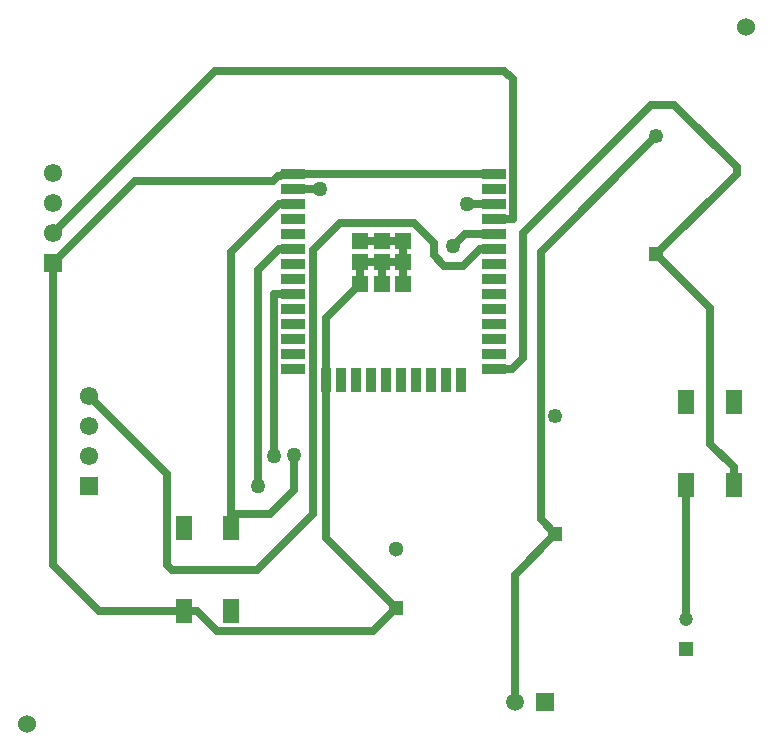
<source format=gbr>
G04*
G04 #@! TF.GenerationSoftware,Altium Limited,Altium Designer,22.4.2 (48)*
G04*
G04 Layer_Physical_Order=1*
G04 Layer_Color=255*
%FSLAX25Y25*%
%MOIN*%
G70*
G04*
G04 #@! TF.SameCoordinates,897C8E4D-7720-40B5-A877-0FB78C4BABC8*
G04*
G04*
G04 #@! TF.FilePolarity,Positive*
G04*
G01*
G75*
%ADD15R,0.05512X0.07874*%
%ADD16R,0.05236X0.05236*%
%ADD17R,0.03543X0.07874*%
%ADD18R,0.07874X0.03543*%
%ADD20C,0.05118*%
%ADD21R,0.05118X0.05118*%
%ADD23C,0.04921*%
%ADD24R,0.04921X0.04921*%
%ADD25C,0.04724*%
%ADD26R,0.04724X0.04724*%
%ADD32C,0.02756*%
%ADD33C,0.06000*%
%ADD34R,0.05906X0.05906*%
%ADD35C,0.05906*%
%ADD36R,0.06102X0.06102*%
%ADD37C,0.06102*%
%ADD38C,0.05000*%
D15*
X383874Y350280D02*
D03*
Y322721D02*
D03*
X368126Y350280D02*
D03*
Y322721D02*
D03*
X551374Y392280D02*
D03*
Y364720D02*
D03*
X535626Y392280D02*
D03*
Y364720D02*
D03*
D16*
X441252Y431748D02*
D03*
X434028D02*
D03*
X426803D02*
D03*
X441252Y438972D02*
D03*
X434028D02*
D03*
X426803D02*
D03*
X441252Y446197D02*
D03*
X434028D02*
D03*
X426803D02*
D03*
D17*
X460465Y399563D02*
D03*
X455465D02*
D03*
X450465D02*
D03*
X445465D02*
D03*
X440465D02*
D03*
X435465D02*
D03*
X430465D02*
D03*
X425465D02*
D03*
X420465D02*
D03*
X415465D02*
D03*
D18*
X471429Y468500D02*
D03*
Y463500D02*
D03*
Y458500D02*
D03*
Y453500D02*
D03*
Y448500D02*
D03*
Y443500D02*
D03*
Y438500D02*
D03*
Y433500D02*
D03*
Y428500D02*
D03*
Y423500D02*
D03*
Y418500D02*
D03*
Y413500D02*
D03*
Y408500D02*
D03*
Y403500D02*
D03*
X404500D02*
D03*
Y408500D02*
D03*
Y413500D02*
D03*
Y418500D02*
D03*
Y423500D02*
D03*
Y428500D02*
D03*
Y433500D02*
D03*
Y438500D02*
D03*
Y443500D02*
D03*
Y448500D02*
D03*
Y453500D02*
D03*
Y458500D02*
D03*
Y463500D02*
D03*
Y468500D02*
D03*
D20*
X439000Y343343D02*
D03*
D21*
Y323657D02*
D03*
D23*
X492000Y387685D02*
D03*
X525626Y480965D02*
D03*
D24*
X492000Y348315D02*
D03*
X525626Y441595D02*
D03*
D25*
X535500Y320000D02*
D03*
D26*
Y310158D02*
D03*
D32*
X364114Y336500D02*
X392600D01*
X362500Y338114D02*
X364114Y336500D01*
X392600D02*
X411300Y355200D01*
X362500Y338114D02*
Y368500D01*
X531500Y491500D02*
X552374Y470626D01*
X481100Y448600D02*
X524000Y491500D01*
X531500D01*
X481100Y407100D02*
Y448600D01*
X552374Y468343D02*
Y470626D01*
X525626Y441595D02*
X552374Y468343D01*
X471429Y453500D02*
X477800D01*
X475000Y502800D02*
X477800Y500000D01*
Y453500D02*
Y500000D01*
X400783Y468106D02*
X404106D01*
X399578Y467650D02*
X400327D01*
X397928Y466000D02*
X399578Y467650D01*
X351846Y466000D02*
X397928D01*
X404500Y468500D02*
X471429D01*
X404106Y468106D02*
X404500Y468500D01*
X400327Y467650D02*
X400783Y468106D01*
X324626Y438780D02*
X351846Y466000D01*
X404500Y463500D02*
X413400D01*
X378646Y502800D02*
X475000D01*
X324626Y448780D02*
X378646Y502800D01*
X383874Y355000D02*
X396800D01*
X383874D02*
Y442374D01*
Y350280D02*
Y355000D01*
X415465Y399563D02*
Y420409D01*
X426803Y431748D01*
X415465Y347193D02*
X439000Y323657D01*
X415465Y347193D02*
Y399563D01*
X368126Y322721D02*
X372579D01*
X379300Y316000D01*
X431343D01*
X439000Y323657D01*
X535626Y342426D02*
Y364720D01*
X535500Y342300D02*
X535626Y342426D01*
X535500Y320000D02*
Y342300D01*
X487100Y353215D02*
X492000Y348315D01*
X487100Y353215D02*
Y442439D01*
X525626Y480965D01*
X461700Y448500D02*
X471429D01*
X457700Y444500D02*
X461700Y448500D01*
X336500Y394500D02*
X362500Y368500D01*
X411300Y355200D02*
Y443000D01*
X420200Y451900D01*
X445000D01*
X451400Y445500D01*
Y441400D02*
Y445500D01*
Y441400D02*
X455000Y437800D01*
X461300D01*
X467000Y443500D01*
X471429D01*
X462600Y458500D02*
X471429D01*
X405000Y363200D02*
Y374600D01*
X396800Y355000D02*
X405000Y363200D01*
X477500Y403500D02*
X481100Y407100D01*
X471429Y403500D02*
X477500D01*
X400000Y443500D02*
X404500D01*
X392900Y436400D02*
X400000Y443500D01*
X392900Y364500D02*
Y436400D01*
X398100Y374500D02*
Y428500D01*
X404500D01*
X340000Y322721D02*
X368126D01*
X324626Y338095D02*
X340000Y322721D01*
X324626Y338095D02*
Y438780D01*
X551374Y364720D02*
Y370626D01*
X543500Y378500D02*
X551374Y370626D01*
X543500Y378500D02*
Y423721D01*
X525626Y441595D02*
X543500Y423721D01*
X478500Y292500D02*
Y334815D01*
X492000Y348315D01*
X400000Y458500D02*
X404500D01*
X383874Y442374D02*
X400000Y458500D01*
X434028Y446197D02*
X441252D01*
X426803D02*
X434028D01*
X441252Y438972D02*
Y446197D01*
Y431748D02*
Y438972D01*
X434028D02*
X441252D01*
X434028Y431748D02*
Y438972D01*
X426803D02*
X434028D01*
X426803Y431748D02*
Y438972D01*
D33*
X555500Y517500D02*
D03*
X316000Y285000D02*
D03*
D34*
X488500Y292500D02*
D03*
D35*
X478500D02*
D03*
D36*
X336500Y364500D02*
D03*
X324626Y438780D02*
D03*
D37*
X336500Y374500D02*
D03*
Y384500D02*
D03*
Y394500D02*
D03*
X324626Y448780D02*
D03*
Y458780D02*
D03*
Y468780D02*
D03*
D38*
X413400Y463500D02*
D03*
X457700Y444500D02*
D03*
X462600Y458500D02*
D03*
X405000Y374600D02*
D03*
X392900Y364500D02*
D03*
X398100Y374500D02*
D03*
M02*

</source>
